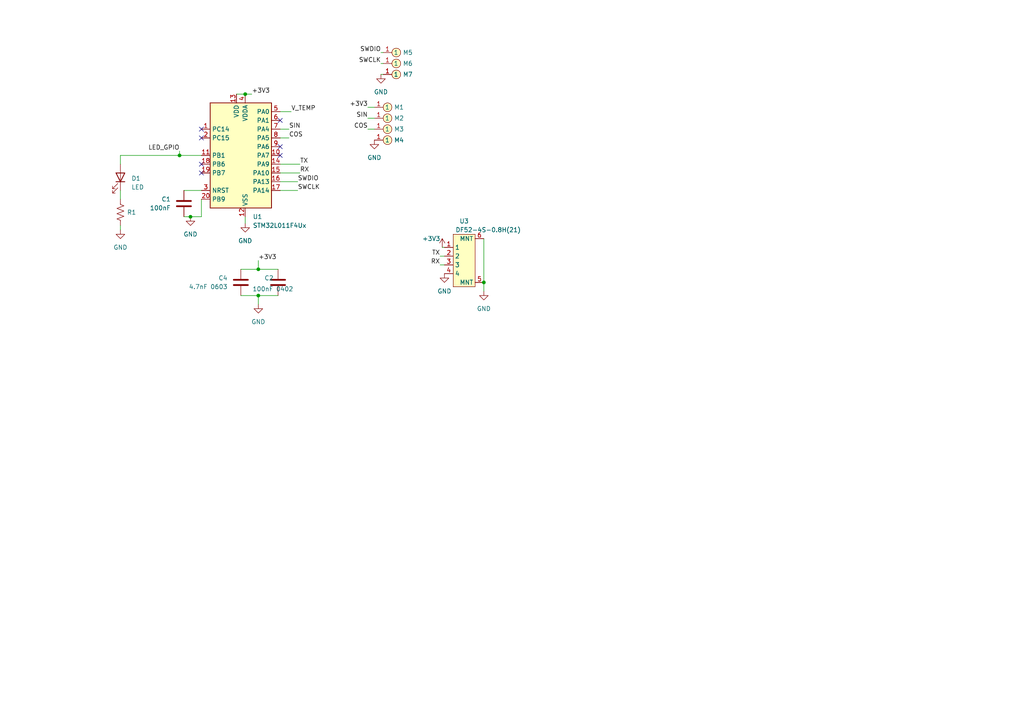
<source format=kicad_sch>
(kicad_sch (version 20230121) (generator eeschema)
  (paper "A4")
  (lib_symbols
    (symbol "Device:LED" (pin_numbers hide) (pin_names (offset 1.016) hide)
      (property "Reference" "D" (at 0 2.54 0))
      (property "Value" "LED" (at 0 -2.54 0))
      (symbol "LED_0_1"
        (polyline (pts (xy -1.27 -1.27) (xy -1.27 1.27)) (stroke (width 0.254)))
        (polyline (pts (xy -1.27 0) (xy 1.27 0)))
        (polyline (pts (xy 1.27 -1.27) (xy 1.27 1.27) (xy -1.27 0) (xy 1.27 -1.27)) (stroke (width 0.254)))
        (polyline (pts (xy -3.048 -0.762) (xy -4.572 -2.286) (xy -3.81 -2.286) (xy -4.572 -2.286) (xy -4.572 -1.524)))
        (polyline (pts (xy -1.778 -0.762) (xy -3.302 -2.286) (xy -2.54 -2.286) (xy -3.302 -2.286) (xy -3.302 -1.524)))
      )
      (symbol "LED_1_1"
        (pin passive line (at -3.81 0 0) (length 2.54) (name "K") (number "1"))
        (pin passive line (at 3.81 0 180) (length 2.54) (name "A") (number "2"))
      )
    )
    (symbol "adapter-encoder:Capacitor" (pin_numbers hide) (pin_names (offset 0.254))
      (property "Reference" "C" (at 0.635 2.54 0))
      (property "Value" "Capacitor" (at 0.635 -2.54 0))
      (symbol "Capacitor_0_1"
        (polyline (pts (xy -2.032 -0.762) (xy 2.032 -0.762)) (stroke (width 0.508)))
        (polyline (pts (xy -2.032 0.762) (xy 2.032 0.762)) (stroke (width 0.508)))
      )
      (symbol "Capacitor_1_1"
        (pin passive line (at 0 3.81 270) (length 2.794) (name "~") (number "1"))
        (pin passive line (at 0 -3.81 90) (length 2.794) (name "~") (number "2"))
      )
    )
    (symbol "adapter-encoder:Resistor" (pin_numbers hide) (pin_names (offset 0))
      (property "Reference" "R" (at 2.54 0 90))
      (symbol "Resistor_0_1"
        (polyline (pts (xy 0 -2.286) (xy 0 -2.54)))
        (polyline (pts (xy 0 2.286) (xy 0 2.54)))
        (polyline (pts (xy 0 -0.762) (xy 1.016 -1.143) (xy 0 -1.524) (xy -1.016 -1.905) (xy 0 -2.286)))
        (polyline (pts (xy 0 0.762) (xy 1.016 0.381) (xy 0 0) (xy -1.016 -0.381) (xy 0 -0.762)))
        (polyline (pts (xy 0 2.286) (xy 1.016 1.905) (xy 0 1.524) (xy -1.016 1.143) (xy 0 0.762)))
      )
      (symbol "Resistor_1_1"
        (pin passive line (at 0 3.81 270) (length 1.27) (name "~") (number "1"))
        (pin passive line (at 0 -3.81 90) (length 1.27) (name "~") (number "2"))
      )
    )
    (symbol "adapter-encoder:STM32L011F4Ux"
      (property "Reference" "U" (at -7.62 16.51 0))
      (property "Value" "STM32L011F4Ux" (at 5.08 16.51 0))
      (symbol "STM32L011F4Ux_0_1"
        (rectangle (start -7.62 -15.24) (end 10.16 15.24) (stroke (width 0.254)) (fill (type background)))
      )
      (symbol "STM32L011F4Ux_1_1"
        (pin bidirectional line (at -10.16 7.62 0) (length 2.54) (name "PC14") (number "1"))
        (pin bidirectional line (at 12.7 0 180) (length 2.54) (name "PA7") (number "10"))
        (pin bidirectional line (at -10.16 0 0) (length 2.54) (name "PB1") (number "11"))
        (pin power_in line (at 2.54 -17.78 90) (length 2.54) (name "VSS") (number "12"))
        (pin power_in line (at 0 17.78 270) (length 2.54) (name "VDD") (number "13"))
        (pin bidirectional line (at 12.7 -2.54 180) (length 2.54) (name "PA9") (number "14"))
        (pin bidirectional line (at 12.7 -5.08 180) (length 2.54) (name "PA10") (number "15"))
        (pin bidirectional line (at 12.7 -7.62 180) (length 2.54) (name "PA13") (number "16"))
        (pin bidirectional line (at 12.7 -10.16 180) (length 2.54) (name "PA14") (number "17"))
        (pin bidirectional line (at -10.16 -2.54 0) (length 2.54) (name "PB6") (number "18"))
        (pin bidirectional line (at -10.16 -5.08 0) (length 2.54) (name "PB7") (number "19"))
        (pin bidirectional line (at -10.16 5.08 0) (length 2.54) (name "PC15") (number "2"))
        (pin bidirectional line (at -10.16 -12.7 0) (length 2.54) (name "PB9") (number "20"))
        (pin input line (at -10.16 -10.16 0) (length 2.54) (name "NRST") (number "3"))
        (pin power_in line (at 2.54 17.78 270) (length 2.54) (name "VDDA") (number "4"))
        (pin bidirectional line (at 12.7 12.7 180) (length 2.54) (name "PA0") (number "5"))
        (pin bidirectional line (at 12.7 10.16 180) (length 2.54) (name "PA1") (number "6"))
        (pin bidirectional line (at 12.7 7.62 180) (length 2.54) (name "PA4") (number "7"))
        (pin bidirectional line (at 12.7 5.08 180) (length 2.54) (name "PA5") (number "8"))
        (pin bidirectional line (at 12.7 2.54 180) (length 2.54) (name "PA6") (number "9"))
      )
    )
    (symbol "adapter-encoder:THRU_HOLE_PAD" (in_bom no)
      (property "Reference" "M" (at 1.27 -2.54 0))
      (symbol "THRU_HOLE_PAD_0_1"
        (circle (center 1.27 0) (radius 1.27) (fill (type background)))
      )
      (symbol "THRU_HOLE_PAD_1_1"
        (pin passive line (at -2.54 0 0) (length 2.54) (name "1") (number "1"))
      )
    )
    (symbol "foc-pcb:DF52-4S-0.8H(21)"
      (property "Reference" "U" (at 0 -1.27 0))
      (property "Value" "DF52-4S-0.8H(21)" (at 1.27 -8.89 0))
      (symbol "DF52-4S-0.8H(21)_0_1"
        (rectangle (start -3.81 7.62) (end 2.54 -7.62) (fill (type background)))
      )
      (symbol "DF52-4S-0.8H(21)_1_1"
        (pin input line (at -6.35 3.81 0) (length 2.54) (name "1") (number "1"))
        (pin input line (at -6.35 1.27 0) (length 2.54) (name "2") (number "2"))
        (pin input line (at -6.35 -1.27 0) (length 2.54) (name "3") (number "3"))
        (pin input line (at -6.35 -3.81 0) (length 2.54) (name "4") (number "4"))
        (pin input line (at 5.08 -6.35 180) (length 2.54) (name "MNT") (number "5"))
        (pin input line (at 5.08 6.35 180) (length 2.54) (name "MNT") (number "6"))
      )
    )
    (symbol "power:+3V3" (power) (pin_names (offset 0))
      (property "Value" "+3V3" (at 0 3.556 0))
      (symbol "+3V3_0_1"
        (polyline (pts (xy -0.762 1.27) (xy 0 2.54)))
        (polyline (pts (xy 0 0) (xy 0 2.54)))
        (polyline (pts (xy 0 2.54) (xy 0.762 1.27)))
      )
      (symbol "+3V3_1_1"
        (pin power_in line (at 0 0 90) (length 0) hide (name "+3V3") (number "1"))
      )
    )
    (symbol "power:GND" (power) (pin_names (offset 0))
      (property "Value" "GND" (at 0 -3.81 0))
      (symbol "GND_0_1"
        (polyline (pts (xy 0 0) (xy 0 -1.27) (xy 1.27 -1.27) (xy 0 -2.54) (xy -1.27 -1.27) (xy 0 -1.27)))
      )
      (symbol "GND_1_1"
        (pin power_in line (at 0 0 270) (length 0) hide (name "GND") (number "1"))
      )
    )
  )
  (junction (at 74.93 85.725))
  (junction (at 55.245 62.865))
  (junction (at 140.335 81.915))
  (junction (at 71.12 27.305))
  (junction (at 74.93 78.105))
  (junction (at 52.07 45.085))
  (no_connect (at 81.28 42.545))
  (no_connect (at 81.28 34.925))
  (no_connect (at 81.28 45.085))
  (no_connect (at 58.42 40.005))
  (no_connect (at 58.42 37.465))
  (no_connect (at 58.42 50.165))
  (no_connect (at 58.42 47.625))
  (wire (pts (xy 53.34 55.245) (xy 58.42 55.245)))
  (wire (pts (xy 52.07 45.085) (xy 58.42 45.085)))
  (wire (pts (xy 71.12 27.305) (xy 68.58 27.305)))
  (wire (pts (xy 74.93 85.725) (xy 80.645 85.725)))
  (wire (pts (xy 69.85 85.725) (xy 74.93 85.725)))
  (wire (pts (xy 128.27 71.755) (xy 128.905 71.755)))
  (wire (pts (xy 83.82 40.005) (xy 81.28 40.005)))
  (wire (pts (xy 52.07 45.085) (xy 34.925 45.085)))
  (wire (pts (xy 83.82 37.465) (xy 81.28 37.465)))
  (wire (pts (xy 110.49 15.24) (xy 111.125 15.24)))
  (wire (pts (xy 86.36 55.245) (xy 81.28 55.245)))
  (wire (pts (xy 106.68 31.115) (xy 108.585 31.115)))
  (wire (pts (xy 74.93 75.565) (xy 74.93 78.105)))
  (wire (pts (xy 110.49 18.415) (xy 111.125 18.415)))
  (wire (pts (xy 34.925 55.245) (xy 34.925 57.785)))
  (wire (pts (xy 55.245 62.865) (xy 53.34 62.865)))
  (wire (pts (xy 140.335 84.455) (xy 140.335 81.915)))
  (wire (pts (xy 58.42 57.785) (xy 58.42 62.865)))
  (wire (pts (xy 52.07 43.815) (xy 52.07 45.085)))
  (wire (pts (xy 34.925 45.085) (xy 34.925 47.625)))
  (wire (pts (xy 84.455 32.385) (xy 81.28 32.385)))
  (wire (pts (xy 34.925 66.675) (xy 34.925 65.405)))
  (wire (pts (xy 127.635 76.835) (xy 128.905 76.835)))
  (wire (pts (xy 81.28 47.625) (xy 86.995 47.625)))
  (wire (pts (xy 74.93 88.265) (xy 74.93 85.725)))
  (wire (pts (xy 106.68 34.29) (xy 108.585 34.29)))
  (wire (pts (xy 86.995 50.165) (xy 81.28 50.165)))
  (wire (pts (xy 73.025 27.305) (xy 71.12 27.305)))
  (wire (pts (xy 69.85 78.105) (xy 74.93 78.105)))
  (wire (pts (xy 110.49 21.59) (xy 111.125 21.59)))
  (wire (pts (xy 58.42 62.865) (xy 55.245 62.865)))
  (wire (pts (xy 106.68 37.465) (xy 108.585 37.465)))
  (wire (pts (xy 74.93 78.105) (xy 80.645 78.105)))
  (wire (pts (xy 140.335 81.915) (xy 140.335 69.215)))
  (wire (pts (xy 86.36 52.705) (xy 81.28 52.705)))
  (wire (pts (xy 71.12 64.77) (xy 71.12 62.865)))
  (wire (pts (xy 127.635 74.295) (xy 128.905 74.295)))
  (label "SWCLK" (at 110.49 18.415 180))
  (label "COS" (at 106.68 37.465 180))
  (label "+3V3" (at 106.68 31.115 180))
  (label "TX" (at 86.995 47.625 0))
  (label "+3V3" (at 74.93 75.565 0))
  (label "SIN" (at 83.82 37.465 0))
  (label "COS" (at 83.82 40.005 0))
  (label "+3V3" (at 73.025 27.305 0))
  (label "SWDIO" (at 110.49 15.24 180))
  (label "SWCLK" (at 86.36 55.245 0))
  (label "TX" (at 127.635 74.295 180))
  (label "RX" (at 127.635 76.835 180))
  (label "SIN" (at 106.68 34.29 180))
  (label "V_TEMP" (at 84.455 32.385 0))
  (label "RX" (at 86.995 50.165 0))
  (label "SWDIO" (at 86.36 52.705 0))
  (label "LED_GPIO" (at 52.07 43.815 180))
  (symbol (lib_id "power:GND") (at 140.335 84.455 0) (mirror y) (unit 1)
    (property "Reference" "#PWR09" (effects hide))
    (property "Value" "GND" (at 140.335 89.535 0))
  )
  (symbol (lib_id "power:GND") (at 108.585 40.64 0) (unit 1)
    (property "Reference" "#PWR04" (effects hide))
    (property "Value" "GND" (at 108.585 45.72 0))
  )
  (symbol (lib_id "adapter-encoder:Capacitor") (at 69.85 81.915 0) (mirror y) (unit 1)
    (property "Reference" "C4" (at 66.04 80.645 0) (effects (justify left)))
    (property "Value" "4.7nF 0603" (at 66.04 83.185 0) (effects (justify left)))
    (property "Footprint" "adapter-encoder:C_0603_1608Metric" (effects hide))
  )
  (symbol (lib_id "adapter-encoder:THRU_HOLE_PAD") (at 113.665 15.24 0) (unit 1) (in_bom no)
    (property "Reference" "M5" (at 116.84 15.24 0) (effects (justify left)))
    (property "Value" "THRU_HOLE_PAD" (effects hide))
    (property "Footprint" "foc-pcb-library:PAD-BREADBOARD" (effects hide))
  )
  (symbol (lib_id "power:GND") (at 128.905 79.375 0) (mirror y) (unit 1)
    (property "Reference" "#PWR08" (effects hide))
    (property "Value" "GND" (at 128.905 84.455 0))
  )
  (symbol (lib_id "power:GND") (at 71.12 64.77 0) (unit 1)
    (property "Reference" "#PWR03" (effects hide))
    (property "Value" "GND" (at 71.12 69.85 0))
  )
  (symbol (lib_id "power:GND") (at 74.93 88.265 0) (unit 1)
    (property "Reference" "#PWR05" (effects hide))
    (property "Value" "GND" (at 74.93 93.345 0))
  )
  (symbol (lib_id "adapter-encoder:THRU_HOLE_PAD") (at 111.125 31.115 0) (unit 1) (in_bom no)
    (property "Reference" "M1" (at 114.3 31.115 0) (effects (justify left)))
    (property "Value" "THRU_HOLE_PAD" (effects hide))
    (property "Footprint" "adapter-encoder:dogbone_slot" (effects hide))
  )
  (symbol (lib_id "power:GND") (at 34.925 66.675 0) (unit 1)
    (property "Reference" "#PWR01" (effects hide))
    (property "Value" "GND" (at 34.925 71.755 0))
  )
  (symbol (lib_id "adapter-encoder:THRU_HOLE_PAD") (at 113.665 21.59 0) (unit 1) (in_bom no)
    (property "Reference" "M7" (at 116.84 21.59 0) (effects (justify left)))
    (property "Value" "THRU_HOLE_PAD" (effects hide))
    (property "Footprint" "foc-pcb-library:PAD-BREADBOARD" (effects hide))
  )
  (symbol (lib_id "adapter-encoder:Resistor") (at 34.925 61.595 0) (unit 1) (in_bom no) (on_board no)
    (property "Reference" "R1" (at 36.83 61.595 0) (effects (justify left)))
    (property "Value" "Resistor" (effects hide))
    (property "Footprint" "adapter-encoder:R_0402_1005Metric" (effects hide))
  )
  (symbol (lib_id "power:+3V3") (at 128.27 71.755 0) (mirror y) (unit 1)
    (property "Reference" "#PWR07" (effects hide))
    (property "Value" "+3V3" (at 125.095 69.215 0))
  )
  (symbol (lib_id "adapter-encoder:THRU_HOLE_PAD") (at 111.125 34.29 0) (unit 1) (in_bom no)
    (property "Reference" "M2" (at 114.3 34.29 0) (effects (justify left)))
    (property "Value" "THRU_HOLE_PAD" (effects hide))
    (property "Footprint" "adapter-encoder:dogbone_pad" (effects hide))
  )
  (symbol (lib_id "adapter-encoder:STM32L011F4Ux") (at 68.58 45.085 0) (unit 1)
    (property "Reference" "U1" (at 73.3141 62.865 0) (effects (justify left)))
    (property "Value" "STM32L011F4Ux" (at 73.3141 65.405 0) (effects (justify left)))
    (property "Footprint" "adapter-encoder:ST_UFQFPN-20_3x3mm_P0.5mm" (effects hide))
    (property "Datasheet" "https://www.st.com/resource/en/datasheet/stm32l011f4.pdf" (effects hide))
  )
  (symbol (lib_id "power:GND") (at 55.245 62.865 0) (unit 1)
    (property "Reference" "#PWR02" (effects hide))
    (property "Value" "GND" (at 55.245 67.945 0))
  )
  (symbol (lib_id "Device:LED") (at 34.925 51.435 270) (mirror x) (unit 1) (in_bom no) (on_board no)
    (property "Reference" "D1" (at 38.1 51.7525 90) (effects (justify left)))
    (property "Value" "LED" (at 38.1 54.2925 90) (effects (justify left)))
    (property "Footprint" "adapter-encoder:LED_0603_1608Metric" (effects hide))
  )
  (symbol (lib_id "foc-pcb:DF52-4S-0.8H(21)") (at 135.255 75.565 0) (unit 1)
    (property "Reference" "U3" (at 134.62 64.135 0))
    (property "Value" "DF52-4S-0.8H(21)" (at 141.605 66.675 0))
    (property "Footprint" "foc-pcb-library:DF52-4S-0.8H(21)" (effects hide))
  )
  (symbol (lib_id "adapter-encoder:Capacitor") (at 80.645 81.915 0) (mirror y) (unit 1)
    (property "Reference" "C2" (at 79.375 80.645 0) (effects (justify left)))
    (property "Value" "100nF 0402" (at 85.09 83.82 0) (effects (justify left)))
    (property "Footprint" "adapter-encoder:C_0402_1005Metric" (effects hide))
  )
  (symbol (lib_id "adapter-encoder:THRU_HOLE_PAD") (at 111.125 40.64 0) (unit 1) (in_bom no)
    (property "Reference" "M4" (at 114.3 40.64 0) (effects (justify left)))
    (property "Value" "THRU_HOLE_PAD" (effects hide))
    (property "Footprint" "adapter-encoder:dogbone_slot" (effects hide))
  )
  (symbol (lib_id "adapter-encoder:THRU_HOLE_PAD") (at 111.125 37.465 0) (unit 1) (in_bom no)
    (property "Reference" "M3" (at 114.3 37.465 0) (effects (justify left)))
    (property "Value" "THRU_HOLE_PAD" (effects hide))
    (property "Footprint" "adapter-encoder:dogbone_pad" (effects hide))
  )
  (symbol (lib_id "adapter-encoder:Capacitor") (at 53.34 59.055 0) (mirror y) (unit 1)
    (property "Reference" "C1" (at 49.53 57.785 0) (effects (justify left)))
    (property "Value" "100nF" (at 49.53 60.325 0) (effects (justify left)))
    (property "Footprint" "adapter-encoder:C_0402_1005Metric" (effects hide))
  )
  (symbol (lib_id "adapter-encoder:THRU_HOLE_PAD") (at 113.665 18.415 0) (unit 1) (in_bom no)
    (property "Reference" "M6" (at 116.84 18.415 0) (effects (justify left)))
    (property "Value" "THRU_HOLE_PAD" (effects hide))
    (property "Footprint" "foc-pcb-library:PAD-BREADBOARD" (effects hide))
  )
  (symbol (lib_id "power:GND") (at 110.49 21.59 0) (unit 1)
    (property "Reference" "#PWR06" (effects hide))
    (property "Value" "GND" (at 110.49 26.67 0))
  )
)
</source>
